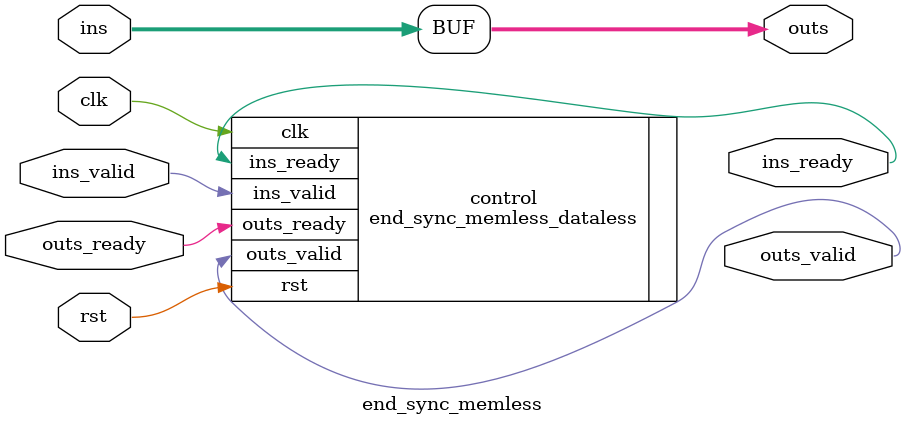
<source format=v>
`timescale 1ns/1ps
module end_sync_memless #(
  parameter DATA_WIDTH = 32
)(
  input  clk,
  input  rst,
  // Input Channel
  input  [DATA_WIDTH - 1 : 0] ins,
  input  ins_valid,
  output ins_ready,
  // Output Channel
  output [DATA_WIDTH - 1 : 0] outs,
  output outs_valid,
  input  outs_ready
);
  end_sync_memless_dataless control (
    .clk        (clk        ),
    .rst        (rst        ),
    .ins_valid  (ins_valid  ),
    .ins_ready  (ins_ready  ),
    .outs_valid (outs_valid ),
    .outs_ready (outs_ready )
  );

  assign outs = ins;

endmodule

</source>
